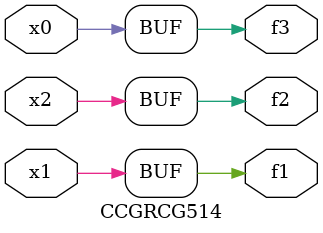
<source format=v>
module CCGRCG514(
	input x0, x1, x2,
	output f1, f2, f3
);
	assign f1 = x1;
	assign f2 = x2;
	assign f3 = x0;
endmodule

</source>
